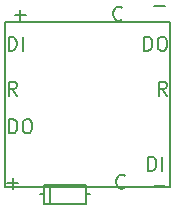
<source format=gto>
G04 #@! TF.GenerationSoftware,KiCad,Pcbnew,5.1.6-c6e7f7d~87~ubuntu20.04.1*
G04 #@! TF.CreationDate,2020-09-28T10:34:55-03:00*
G04 #@! TF.ProjectId,altana_original,616c7461-6e61-45f6-9f72-6967696e616c,rev?*
G04 #@! TF.SameCoordinates,Original*
G04 #@! TF.FileFunction,Legend,Top*
G04 #@! TF.FilePolarity,Positive*
%FSLAX46Y46*%
G04 Gerber Fmt 4.6, Leading zero omitted, Abs format (unit mm)*
G04 Created by KiCad (PCBNEW 5.1.6-c6e7f7d~87~ubuntu20.04.1) date 2020-09-28 10:34:55*
%MOMM*%
%LPD*%
G01*
G04 APERTURE LIST*
%ADD10C,0.200000*%
%ADD11C,0.150000*%
G04 APERTURE END LIST*
D10*
X80060857Y-27390714D02*
X80975142Y-27390714D01*
X79194142Y-31149857D02*
X79194142Y-29949857D01*
X79479857Y-29949857D01*
X79651285Y-30007000D01*
X79765571Y-30121285D01*
X79822714Y-30235571D01*
X79879857Y-30464142D01*
X79879857Y-30635571D01*
X79822714Y-30864142D01*
X79765571Y-30978428D01*
X79651285Y-31092714D01*
X79479857Y-31149857D01*
X79194142Y-31149857D01*
X80622714Y-29949857D02*
X80851285Y-29949857D01*
X80965571Y-30007000D01*
X81079857Y-30121285D01*
X81137000Y-30349857D01*
X81137000Y-30749857D01*
X81079857Y-30978428D01*
X80965571Y-31092714D01*
X80851285Y-31149857D01*
X80622714Y-31149857D01*
X80508428Y-31092714D01*
X80394142Y-30978428D01*
X80337000Y-30749857D01*
X80337000Y-30349857D01*
X80394142Y-30121285D01*
X80508428Y-30007000D01*
X80622714Y-29949857D01*
X80060857Y-42630714D02*
X80975142Y-42630714D01*
X67764142Y-38134857D02*
X67764142Y-36934857D01*
X68049857Y-36934857D01*
X68221285Y-36992000D01*
X68335571Y-37106285D01*
X68392714Y-37220571D01*
X68449857Y-37449142D01*
X68449857Y-37620571D01*
X68392714Y-37849142D01*
X68335571Y-37963428D01*
X68221285Y-38077714D01*
X68049857Y-38134857D01*
X67764142Y-38134857D01*
X69192714Y-36934857D02*
X69421285Y-36934857D01*
X69535571Y-36992000D01*
X69649857Y-37106285D01*
X69707000Y-37334857D01*
X69707000Y-37734857D01*
X69649857Y-37963428D01*
X69535571Y-38077714D01*
X69421285Y-38134857D01*
X69192714Y-38134857D01*
X69078428Y-38077714D01*
X68964142Y-37963428D01*
X68907000Y-37734857D01*
X68907000Y-37334857D01*
X68964142Y-37106285D01*
X69078428Y-36992000D01*
X69192714Y-36934857D01*
X67726000Y-31149857D02*
X67726000Y-29949857D01*
X68011714Y-29949857D01*
X68183142Y-30007000D01*
X68297428Y-30121285D01*
X68354571Y-30235571D01*
X68411714Y-30464142D01*
X68411714Y-30635571D01*
X68354571Y-30864142D01*
X68297428Y-30978428D01*
X68183142Y-31092714D01*
X68011714Y-31149857D01*
X67726000Y-31149857D01*
X68926000Y-31149857D02*
X68926000Y-29949857D01*
X79537000Y-41309857D02*
X79537000Y-40109857D01*
X79822714Y-40109857D01*
X79994142Y-40167000D01*
X80108428Y-40281285D01*
X80165571Y-40395571D01*
X80222714Y-40624142D01*
X80222714Y-40795571D01*
X80165571Y-41024142D01*
X80108428Y-41138428D01*
X79994142Y-41252714D01*
X79822714Y-41309857D01*
X79537000Y-41309857D01*
X80737000Y-41309857D02*
X80737000Y-40109857D01*
X81143428Y-34959857D02*
X80743428Y-34388428D01*
X80457714Y-34959857D02*
X80457714Y-33759857D01*
X80914857Y-33759857D01*
X81029142Y-33817000D01*
X81086285Y-33874142D01*
X81143428Y-33988428D01*
X81143428Y-34159857D01*
X81086285Y-34274142D01*
X81029142Y-34331285D01*
X80914857Y-34388428D01*
X80457714Y-34388428D01*
X68443428Y-34959857D02*
X68043428Y-34388428D01*
X67757714Y-34959857D02*
X67757714Y-33759857D01*
X68214857Y-33759857D01*
X68329142Y-33817000D01*
X68386285Y-33874142D01*
X68443428Y-33988428D01*
X68443428Y-34159857D01*
X68386285Y-34274142D01*
X68329142Y-34331285D01*
X68214857Y-34388428D01*
X67757714Y-34388428D01*
X77587428Y-42719571D02*
X77530285Y-42776714D01*
X77358857Y-42833857D01*
X77244571Y-42833857D01*
X77073142Y-42776714D01*
X76958857Y-42662428D01*
X76901714Y-42548142D01*
X76844571Y-42319571D01*
X76844571Y-42148142D01*
X76901714Y-41919571D01*
X76958857Y-41805285D01*
X77073142Y-41691000D01*
X77244571Y-41633857D01*
X77358857Y-41633857D01*
X77530285Y-41691000D01*
X77587428Y-41748142D01*
X77333428Y-28495571D02*
X77276285Y-28552714D01*
X77104857Y-28609857D01*
X76990571Y-28609857D01*
X76819142Y-28552714D01*
X76704857Y-28438428D01*
X76647714Y-28324142D01*
X76590571Y-28095571D01*
X76590571Y-27924142D01*
X76647714Y-27695571D01*
X76704857Y-27581285D01*
X76819142Y-27467000D01*
X76990571Y-27409857D01*
X77104857Y-27409857D01*
X77276285Y-27467000D01*
X77333428Y-27524142D01*
X67614857Y-42376714D02*
X68529142Y-42376714D01*
X68072000Y-42833857D02*
X68072000Y-41919571D01*
X68249857Y-28152714D02*
X69164142Y-28152714D01*
X68707000Y-28609857D02*
X68707000Y-27695571D01*
D11*
X81422000Y-28687000D02*
X81422000Y-42687000D01*
X67422000Y-28687000D02*
X81422000Y-28687000D01*
X67422000Y-42687000D02*
X67422000Y-28687000D01*
X81422000Y-42687000D02*
X67422000Y-42687000D01*
D10*
X74241200Y-42507000D02*
X74241200Y-44107000D01*
X70741200Y-42507000D02*
X74241200Y-42507000D01*
X70741200Y-44107000D02*
X70741200Y-42507000D01*
X74241200Y-44107000D02*
X70741200Y-44107000D01*
X71241840Y-44107000D02*
X71241840Y-42507000D01*
X74241200Y-43307000D02*
X74641200Y-43307000D01*
X70741200Y-43307000D02*
X70341200Y-43307000D01*
M02*

</source>
